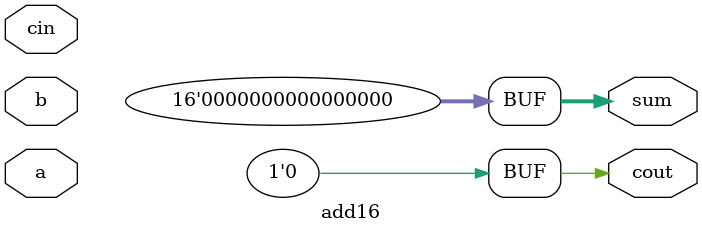
<source format=v>
module top_module(	// file.cleaned.mlir:2:3
  input  [31:0] a,	// file.cleaned.mlir:2:28
                b,	// file.cleaned.mlir:2:41
  output [31:0] sum	// file.cleaned.mlir:2:55
);

  wire [15:0] _GEN;	// file.cleaned.mlir:16:10
  wire [15:0] _num01_sum;	// file.cleaned.mlir:15:31
  wire [15:0] _num0_sum;	// file.cleaned.mlir:14:29
  wire [15:0] _adder_sum;	// file.cleaned.mlir:11:31
  wire        _adder_cout;	// file.cleaned.mlir:11:31
  assign _GEN = _adder_cout ? _num01_sum : _num0_sum;	// file.cleaned.mlir:11:31, :14:29, :15:31, :16:10
  add16 adder (	// file.cleaned.mlir:11:31
    .a    (a[15:0]),	// file.cleaned.mlir:9:10
    .b    (b[15:0]),	// file.cleaned.mlir:10:10
    .cin  (1'h0),	// file.cleaned.mlir:4:14
    .sum  (_adder_sum),
    .cout (_adder_cout)
  );	// file.cleaned.mlir:11:31
  add16 num0 (	// file.cleaned.mlir:14:29
    .a    (a[31:16]),	// file.cleaned.mlir:12:10
    .b    (b[31:16]),	// file.cleaned.mlir:13:10
    .cin  (1'h0),	// file.cleaned.mlir:4:14
    .sum  (_num0_sum),
    .cout (/* unused */)
  );	// file.cleaned.mlir:14:29
  add16 num01 (	// file.cleaned.mlir:15:31
    .a    (a[31:16]),	// file.cleaned.mlir:12:10
    .b    (b[31:16]),	// file.cleaned.mlir:13:10
    .cin  (1'h1),	// file.cleaned.mlir:3:13
    .sum  (_num01_sum),
    .cout (/* unused */)
  );	// file.cleaned.mlir:15:31
  assign sum = {_GEN, 16'h0} | {16'h0, _adder_sum};	// file.cleaned.mlir:5:15, :6:10, :7:10, :8:10, :11:31, :16:10, :17:5
endmodule

module add16(	// file.cleaned.mlir:19:3
  input  [15:0] a,	// file.cleaned.mlir:19:31
                b,	// file.cleaned.mlir:19:44
  input         cin,	// file.cleaned.mlir:19:57
  output [15:0] sum,	// file.cleaned.mlir:19:72
  output        cout	// file.cleaned.mlir:19:87
);

  assign sum = 16'h0;	// file.cleaned.mlir:20:15, :22:5
  assign cout = 1'h0;	// file.cleaned.mlir:21:14, :22:5
endmodule


</source>
